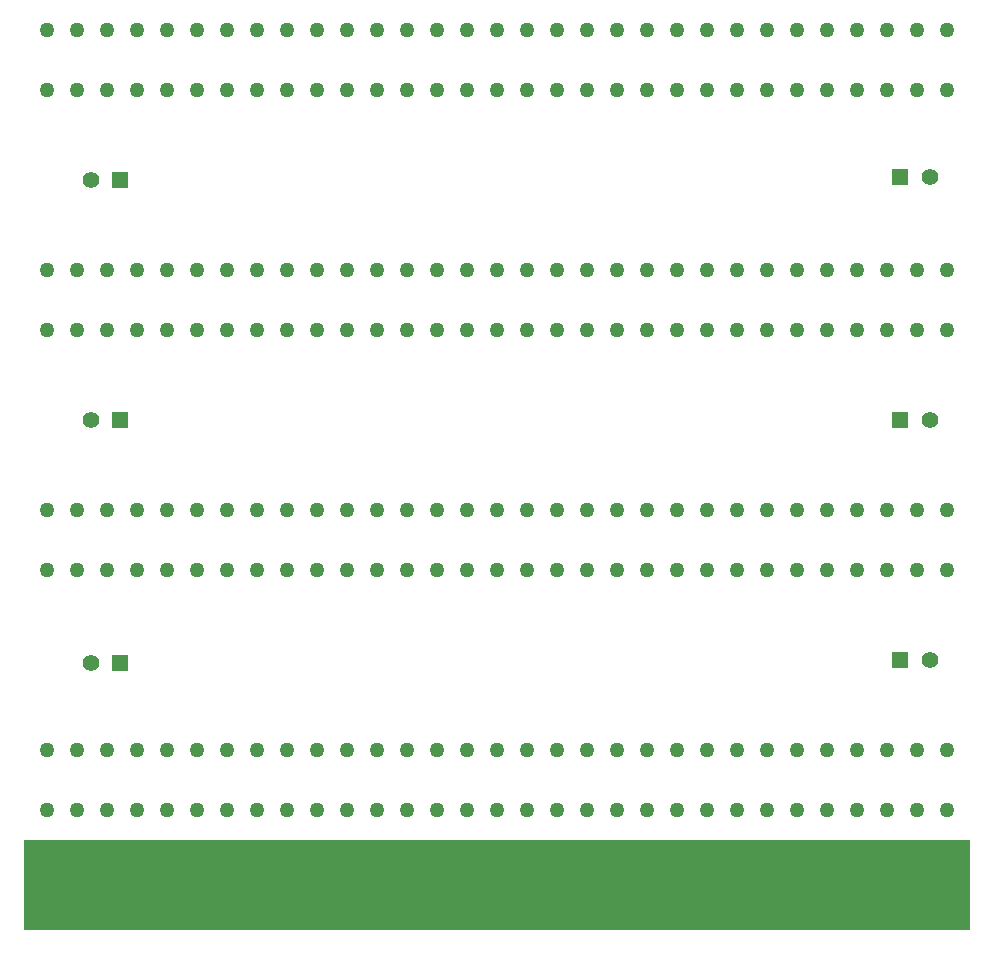
<source format=gbs>
G04*
G04 #@! TF.GenerationSoftware,Altium Limited,Altium Designer,22.7.1 (60)*
G04*
G04 Layer_Color=16711935*
%FSLAX25Y25*%
%MOIN*%
G70*
G04*
G04 #@! TF.SameCoordinates,DFFA79DD-968F-4C92-B8CD-37D8C3B2A3C2*
G04*
G04*
G04 #@! TF.FilePolarity,Negative*
G04*
G01*
G75*
%ADD16R,3.15748X0.29994*%
%ADD18R,0.06201X0.30000*%
%ADD19C,0.05000*%
%ADD20R,0.05524X0.05524*%
%ADD21C,0.05524*%
D16*
X228740Y-14997D02*
D03*
D18*
X78740Y-15000D02*
D03*
X88740D02*
D03*
X98740D02*
D03*
X108740D02*
D03*
X118740D02*
D03*
X128740D02*
D03*
X138740D02*
D03*
X148740D02*
D03*
X158740D02*
D03*
X168740D02*
D03*
X178740D02*
D03*
X188740D02*
D03*
X198740D02*
D03*
X208740D02*
D03*
X218740D02*
D03*
X228740D02*
D03*
X238740D02*
D03*
X248740D02*
D03*
X258740D02*
D03*
X268740D02*
D03*
X278740D02*
D03*
X288740D02*
D03*
X298740D02*
D03*
X308740D02*
D03*
X318740D02*
D03*
X328740D02*
D03*
X338740D02*
D03*
X348740D02*
D03*
X358740D02*
D03*
X368740D02*
D03*
X378740D02*
D03*
D19*
Y250000D02*
D03*
X368740D02*
D03*
X358740D02*
D03*
X348740D02*
D03*
X338740D02*
D03*
X328740D02*
D03*
X318740D02*
D03*
X308740D02*
D03*
X298740D02*
D03*
X288740D02*
D03*
X278740D02*
D03*
X268740D02*
D03*
X258740D02*
D03*
X248740D02*
D03*
X238740D02*
D03*
X228740D02*
D03*
X218740D02*
D03*
X208740D02*
D03*
X198740D02*
D03*
X188740D02*
D03*
X178740D02*
D03*
X168740D02*
D03*
X158740D02*
D03*
X148740D02*
D03*
X138740D02*
D03*
X128740D02*
D03*
X118740D02*
D03*
X108740D02*
D03*
X98740D02*
D03*
X88740D02*
D03*
X78740D02*
D03*
X88740Y270000D02*
D03*
X78740D02*
D03*
X98740D02*
D03*
X108740D02*
D03*
X118740D02*
D03*
X128740D02*
D03*
X148740D02*
D03*
X158740D02*
D03*
X168740D02*
D03*
X138740D02*
D03*
X178740D02*
D03*
X188740D02*
D03*
X198740D02*
D03*
X208740D02*
D03*
X218740D02*
D03*
X228740D02*
D03*
X238740D02*
D03*
X248740D02*
D03*
X268740D02*
D03*
X288740D02*
D03*
X258740D02*
D03*
X298740D02*
D03*
X308740D02*
D03*
X318740D02*
D03*
X328740D02*
D03*
X338740D02*
D03*
X348740D02*
D03*
X358740D02*
D03*
X368740D02*
D03*
X378740D02*
D03*
X278740D02*
D03*
X378740Y170000D02*
D03*
X368740D02*
D03*
X358740D02*
D03*
X348740D02*
D03*
X338740D02*
D03*
X328740D02*
D03*
X318740D02*
D03*
X308740D02*
D03*
X298740D02*
D03*
X288740D02*
D03*
X278740D02*
D03*
X268740D02*
D03*
X258740D02*
D03*
X248740D02*
D03*
X238740D02*
D03*
X228740D02*
D03*
X218740D02*
D03*
X208740D02*
D03*
X198740D02*
D03*
X188740D02*
D03*
X178740D02*
D03*
X168740D02*
D03*
X158740D02*
D03*
X148740D02*
D03*
X138740D02*
D03*
X128740D02*
D03*
X118740D02*
D03*
X108740D02*
D03*
X98740D02*
D03*
X88740D02*
D03*
X78740D02*
D03*
X88740Y190000D02*
D03*
X78740D02*
D03*
X98740D02*
D03*
X108740D02*
D03*
X118740D02*
D03*
X128740D02*
D03*
X148740D02*
D03*
X158740D02*
D03*
X168740D02*
D03*
X138740D02*
D03*
X178740D02*
D03*
X188740D02*
D03*
X198740D02*
D03*
X208740D02*
D03*
X218740D02*
D03*
X228740D02*
D03*
X238740D02*
D03*
X248740D02*
D03*
X268740D02*
D03*
X288740D02*
D03*
X258740D02*
D03*
X298740D02*
D03*
X308740D02*
D03*
X318740D02*
D03*
X328740D02*
D03*
X338740D02*
D03*
X348740D02*
D03*
X358740D02*
D03*
X368740D02*
D03*
X378740D02*
D03*
X278740D02*
D03*
X378740Y90000D02*
D03*
X368740D02*
D03*
X358740D02*
D03*
X348740D02*
D03*
X338740D02*
D03*
X328740D02*
D03*
X318740D02*
D03*
X308740D02*
D03*
X298740D02*
D03*
X288740D02*
D03*
X278740D02*
D03*
X268740D02*
D03*
X258740D02*
D03*
X248740D02*
D03*
X238740D02*
D03*
X228740D02*
D03*
X218740D02*
D03*
X208740D02*
D03*
X198740D02*
D03*
X188740D02*
D03*
X178740D02*
D03*
X168740D02*
D03*
X158740D02*
D03*
X148740D02*
D03*
X138740D02*
D03*
X128740D02*
D03*
X118740D02*
D03*
X108740D02*
D03*
X98740D02*
D03*
X88740D02*
D03*
X78740D02*
D03*
X88740Y110000D02*
D03*
X78740D02*
D03*
X98740D02*
D03*
X108740D02*
D03*
X118740D02*
D03*
X128740D02*
D03*
X148740D02*
D03*
X158740D02*
D03*
X168740D02*
D03*
X138740D02*
D03*
X178740D02*
D03*
X188740D02*
D03*
X198740D02*
D03*
X208740D02*
D03*
X218740D02*
D03*
X228740D02*
D03*
X238740D02*
D03*
X248740D02*
D03*
X268740D02*
D03*
X288740D02*
D03*
X258740D02*
D03*
X298740D02*
D03*
X308740D02*
D03*
X318740D02*
D03*
X328740D02*
D03*
X338740D02*
D03*
X348740D02*
D03*
X358740D02*
D03*
X368740D02*
D03*
X378740D02*
D03*
X278740D02*
D03*
X378740Y10000D02*
D03*
X368740D02*
D03*
X358740D02*
D03*
X348740D02*
D03*
X338740D02*
D03*
X328740D02*
D03*
X318740D02*
D03*
X308740D02*
D03*
X298740D02*
D03*
X288740D02*
D03*
X278740D02*
D03*
X268740D02*
D03*
X258740D02*
D03*
X248740D02*
D03*
X238740D02*
D03*
X228740D02*
D03*
X218740D02*
D03*
X208740D02*
D03*
X198740D02*
D03*
X188740D02*
D03*
X178740D02*
D03*
X168740D02*
D03*
X158740D02*
D03*
X148740D02*
D03*
X138740D02*
D03*
X128740D02*
D03*
X118740D02*
D03*
X108740D02*
D03*
X98740D02*
D03*
X88740D02*
D03*
X78740D02*
D03*
X88740Y30000D02*
D03*
X78740D02*
D03*
X98740D02*
D03*
X108740D02*
D03*
X118740D02*
D03*
X128740D02*
D03*
X148740D02*
D03*
X158740D02*
D03*
X168740D02*
D03*
X138740D02*
D03*
X178740D02*
D03*
X188740D02*
D03*
X198740D02*
D03*
X208740D02*
D03*
X218740D02*
D03*
X228740D02*
D03*
X238740D02*
D03*
X248740D02*
D03*
X268740D02*
D03*
X288740D02*
D03*
X258740D02*
D03*
X298740D02*
D03*
X308740D02*
D03*
X318740D02*
D03*
X328740D02*
D03*
X338740D02*
D03*
X348740D02*
D03*
X358740D02*
D03*
X368740D02*
D03*
X378740D02*
D03*
X278740D02*
D03*
D20*
X363079Y221000D02*
D03*
Y140000D02*
D03*
Y60000D02*
D03*
X103000Y220000D02*
D03*
Y140000D02*
D03*
Y59000D02*
D03*
D21*
X372921Y221000D02*
D03*
Y140000D02*
D03*
Y60000D02*
D03*
X93158Y220000D02*
D03*
Y140000D02*
D03*
Y59000D02*
D03*
M02*

</source>
